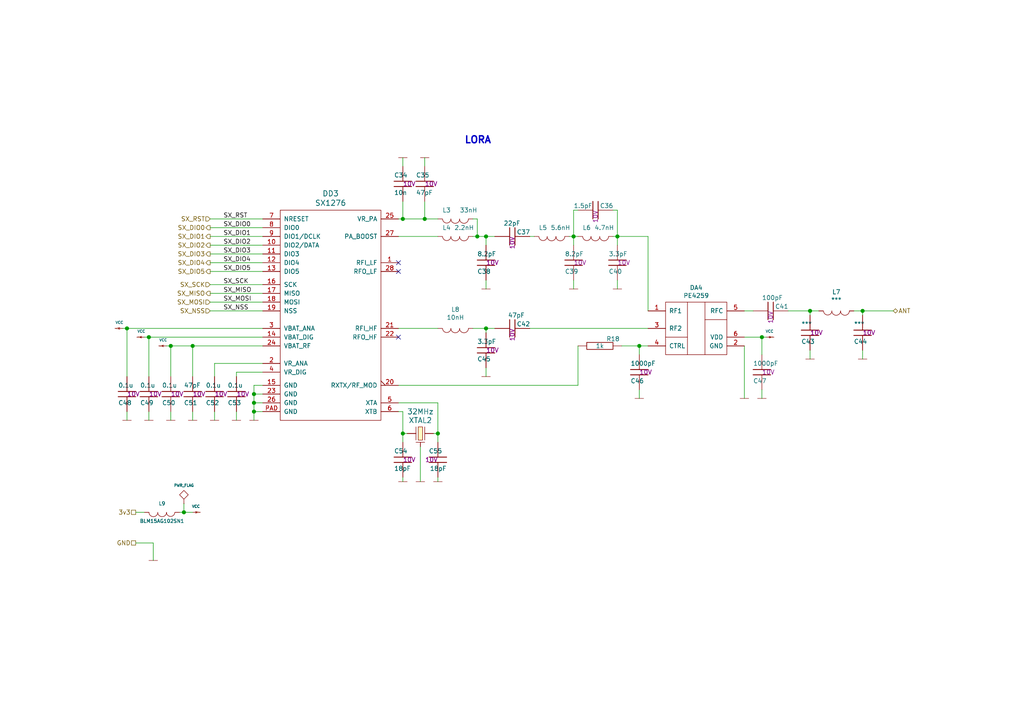
<source format=kicad_sch>
(kicad_sch (version 20210621) (generator eeschema)
  (paper "A4")
  (lib_symbols
    (symbol "RF_ICs:PE4259" (pin_names (offset 1.016))
      (property "Reference" "DA" (at -6.35 11.43 0))
      (property "Value" "PE4259" (at 5.08 11.43 0))
      (symbol "PE4259_0_1"
        (rectangle (start -8.89 10.16) (end 8.89 -5.08))
        (polyline (pts (xy -8.89 0) (xy -2.54 0)))
        (polyline (pts (xy -2.54 -5.08) (xy -2.54 10.16)))
        (polyline (pts (xy 2.54 -5.08) (xy 2.54 10.16)))
        (polyline (pts (xy 2.54 5.08) (xy 8.89 5.08)))
        (pin passive line (at -13.97 7.62 0) (length 5.08) (name "RF1") (number "1"))
        (pin power_in line (at 13.97 -2.54 180) (length 5.08) (name "GND") (number "2"))
        (pin passive line (at -13.97 2.54 0) (length 5.08) (name "RF2") (number "3"))
        (pin passive line (at -13.97 -2.54 0) (length 5.08) (name "CTRL") (number "4"))
        (pin passive line (at 13.97 7.62 180) (length 5.08) (name "RFC") (number "5"))
        (pin power_in line (at 13.97 0 180) (length 5.08) (name "VDD") (number "6"))
      )
    )
    (symbol "RF_ICs:SX1276" (pin_names (offset 1.016))
      (property "Reference" "DD" (at -12.7 31.75 0))
      (property "Value" "SX1276" (at 2.54 31.75 0))
      (symbol "SX1276_0_1"
        (rectangle (start -15.24 30.48) (end 13.97 -30.48))
        (pin passive line (at 19.05 -6.35 180) (length 5.08) (name "RFO_HF") (number "22"))
        (pin power_in line (at -20.32 -22.86 0) (length 5.08) (name "GND") (number "23"))
        (pin power_in line (at -20.32 -8.89 0) (length 5.08) (name "VBAT_RF") (number "24"))
        (pin passive line (at 19.05 27.94 180) (length 5.08) (name "VR_PA") (number "25"))
        (pin power_in line (at -20.32 -25.4 0) (length 5.08) (name "GND") (number "26"))
        (pin passive line (at 19.05 22.86 180) (length 5.08) (name "PA_BOOST") (number "27"))
        (pin passive line (at 19.05 12.7 180) (length 5.08) (name "RFO_LF") (number "28"))
      )
      (symbol "SX1276_1_1"
        (pin passive line (at 19.05 15.24 180) (length 5.08) (name "RFI_LF") (number "1"))
        (pin passive line (at -20.32 20.32 0) (length 5.08) (name "DIO2/DATA") (number "10"))
        (pin passive line (at -20.32 17.78 0) (length 5.08) (name "DIO3") (number "11"))
        (pin passive line (at -20.32 15.24 0) (length 5.08) (name "DIO4") (number "12"))
        (pin passive line (at -20.32 12.7 0) (length 5.08) (name "DIO5") (number "13"))
        (pin power_in line (at -20.32 -6.35 0) (length 5.08) (name "VBAT_DIG") (number "14"))
        (pin power_in line (at -20.32 -20.32 0) (length 5.08) (name "GND") (number "15"))
        (pin passive line (at -20.32 8.89 0) (length 5.08) (name "SCK") (number "16"))
        (pin passive line (at -20.32 6.35 0) (length 5.08) (name "MISO") (number "17"))
        (pin passive line (at -20.32 3.81 0) (length 5.08) (name "MOSI") (number "18"))
        (pin passive line (at -20.32 1.27 0) (length 5.08) (name "NSS") (number "19"))
        (pin passive line (at -20.32 -13.97 0) (length 5.08) (name "VR_ANA") (number "2"))
        (pin passive output_low (at 19.05 -20.32 180) (length 5.08) (name "RXTX/RF_MOD") (number "20"))
        (pin passive line (at 19.05 -3.81 180) (length 5.08) (name "RFI_HF") (number "21"))
        (pin power_in line (at -20.32 -3.81 0) (length 5.08) (name "VBAT_ANA") (number "3"))
        (pin passive line (at -20.32 -16.51 0) (length 5.08) (name "VR_DIG") (number "4"))
        (pin passive line (at 19.05 -25.4 180) (length 5.08) (name "XTA") (number "5"))
        (pin passive line (at 19.05 -27.94 180) (length 5.08) (name "XTB") (number "6"))
        (pin passive line (at -20.32 27.94 0) (length 5.08) (name "NRESET") (number "7"))
        (pin passive line (at -20.32 25.4 0) (length 5.08) (name "DIO0") (number "8"))
        (pin passive line (at -20.32 22.86 0) (length 5.08) (name "DIO1/DCLK") (number "9"))
        (pin power_in line (at -20.32 -27.94 0) (length 5.08) (name "GND") (number "PAD"))
      )
    )
    (symbol "Tittar_kl:C" (pin_numbers hide) (pin_names (offset 0.254))
      (property "Reference" "C" (at -2.54 -2.54 0))
      (property "Value" "C" (at -2.54 2.54 0))
      (property "Voltage" "10V" (at 0 0 0))
      (symbol "C_0_1"
        (polyline (pts (xy -2.54 -0.762) (xy 2.54 -0.762)) (stroke (width 0.254)))
        (polyline (pts (xy -2.54 0.762) (xy 2.54 0.762)) (stroke (width 0.254)))
      )
      (symbol "C_1_1"
        (pin passive line (at 0 5.08 270) (length 4.318) (name "~") (number "1"))
        (pin passive line (at 0 -5.08 90) (length 4.318) (name "~") (number "2"))
      )
    )
    (symbol "Tittar_kl:CRYSTAL_H" (pin_numbers hide) (pin_names (offset 1.016) hide)
      (property "Reference" "XTAL" (at 0 6.985 0))
      (property "Value" "CRYSTAL_H" (at 0.635 5.08 0))
      (symbol "CRYSTAL_H_0_1"
        (rectangle (start -0.635 1.905) (end 0.635 -1.905) (fill (type background)))
        (polyline (pts (xy -1.27 1.905) (xy -1.27 -1.905)))
        (polyline (pts (xy 1.27 1.905) (xy 1.27 -1.905)))
        (polyline (pts (xy -1.27 -2.54) (xy 1.27 -2.54) (xy 1.27 -2.54)))
      )
      (symbol "CRYSTAL_H_1_1"
        (pin passive line (at -3.81 0 0) (length 2.54) (name "1") (number "1"))
        (pin passive line (at 3.81 0 180) (length 2.54) (name "2") (number "2"))
        (pin passive line (at 0 -3.81 90) (length 1.27) (name "H") (number "H"))
      )
    )
    (symbol "Tittar_kl:L" (pin_numbers hide) (pin_names (offset 1.016) hide)
      (property "Reference" "L" (at -2.54 -3.556 90))
      (property "Value" "L" (at -2.54 0 90))
      (symbol "L_0_1"
        (arc (start -0.0254 -1.2192) (end -0.0254 -3.7846) (radius (at 0 -2.5146) (length 1.2954) (angles -88.9 88.9)))
        (arc (start -0.0254 1.3208) (end -0.0254 -1.2446) (radius (at 0 0.0254) (length 1.2954) (angles -88.9 88.9)))
        (arc (start -0.0254 3.7084) (end -0.0254 1.2954) (radius (at 0 2.4892) (length 1.2192) (angles -88.9 88.9)))
      )
      (symbol "L_1_1"
        (pin passive line (at 0 5.08 270) (length 1.27) (name "1") (number "1"))
        (pin passive line (at 0 -5.08 90) (length 1.27) (name "2") (number "2"))
      )
    )
    (symbol "Tittar_kl:R" (pin_numbers hide) (pin_names (offset 0))
      (property "Reference" "R" (at 2.032 -3.81 90))
      (property "Value" "R" (at 0 0 90))
      (symbol "R_0_1"
        (rectangle (start -1.016 3.81) (end 1.016 -3.81) (stroke (width 0.2032)))
      )
      (symbol "R_1_1"
        (pin passive line (at 0 6.35 270) (length 2.54) (name "~") (number "1"))
        (pin passive line (at 0 -6.35 90) (length 2.54) (name "~") (number "2"))
      )
    )
    (symbol "power:GND" (power) (pin_names (offset 0.254))
      (symbol "GND_0_1"
        (polyline (pts (xy -1.27 0) (xy 1.27 0)) (stroke (width 0.127)))
      )
      (symbol "GND_1_1"
        (pin power_in line (at 0 0 270) (length 0) hide (name "GND") (number "1"))
      )
    )
    (symbol "power:PWR_FLAG" (power) (pin_numbers hide) (pin_names (offset 0) hide)
      (property "Value" "PWR_FLAG" (at 0 5.08 0))
      (symbol "PWR_FLAG_0_0"
        (pin power_out line (at 0 0 90) (length 0) (name "pwr") (number "1"))
      )
      (symbol "PWR_FLAG_0_1"
        (polyline (pts (xy 0 0) (xy 0 1.27) (xy 1.27 2.54) (xy 0 3.81) (xy -1.27 2.54) (xy 0 1.27)))
      )
    )
    (symbol "power:VCC" (power) (pin_names (offset 0))
      (property "Value" "VCC" (at 1.778 0.762 0))
      (symbol "VCC_0_0"
        (pin power_in line (at 0 0 90) (length 0) hide (name "VCC") (number "1"))
      )
      (symbol "VCC_0_1"
        (polyline (pts (xy 0 0) (xy 1.27 0) (xy 1.27 0)))
        (polyline (pts (xy 1.27 0) (xy 0.762 0.254) (xy 2.286 0) (xy 0.762 -0.254) (xy 1.27 0)) (stroke (width 0.1016)) (fill (type background)))
      )
    )
  )
  (junction (at 36.83 95.25) (diameter 1.016))
  (junction (at 43.18 97.79) (diameter 1.016))
  (junction (at 49.53 100.33) (diameter 1.016))
  (junction (at 53.34 148.59) (diameter 1.016))
  (junction (at 55.88 100.33) (diameter 1.016))
  (junction (at 73.66 114.3) (diameter 1.016))
  (junction (at 73.66 116.84) (diameter 1.016))
  (junction (at 73.66 119.38) (diameter 1.016))
  (junction (at 116.84 63.5) (diameter 1.016))
  (junction (at 116.84 125.73) (diameter 1.016))
  (junction (at 123.19 63.5) (diameter 1.016))
  (junction (at 127 125.73) (diameter 1.016))
  (junction (at 138.43 68.58) (diameter 1.016))
  (junction (at 140.97 68.58) (diameter 1.016))
  (junction (at 140.97 95.25) (diameter 1.016))
  (junction (at 166.37 68.58) (diameter 1.016))
  (junction (at 179.07 68.58) (diameter 1.016))
  (junction (at 185.42 100.33) (diameter 1.016))
  (junction (at 220.98 97.79) (diameter 1.016))
  (junction (at 234.95 90.17) (diameter 1.016))
  (junction (at 250.19 90.17) (diameter 1.016))
  (no_connect (at 115.57 76.2))
  (no_connect (at 115.57 78.74))
  (no_connect (at 115.57 97.79))
  (wire (pts (xy 35.56 95.25) (xy 36.83 95.25)))
  (wire (pts (xy 36.83 95.25) (xy 36.83 109.22)))
  (wire (pts (xy 36.83 95.25) (xy 76.2 95.25)))
  (wire (pts (xy 36.83 119.38) (xy 36.83 121.92)))
  (wire (pts (xy 41.91 97.79) (xy 43.18 97.79)))
  (wire (pts (xy 41.91 148.59) (xy 39.37 148.59)))
  (wire (pts (xy 43.18 97.79) (xy 43.18 109.22)))
  (wire (pts (xy 43.18 97.79) (xy 76.2 97.79)))
  (wire (pts (xy 43.18 119.38) (xy 43.18 121.92)))
  (wire (pts (xy 44.45 157.48) (xy 39.37 157.48)))
  (wire (pts (xy 44.45 157.48) (xy 44.45 162.56)))
  (wire (pts (xy 48.26 100.33) (xy 49.53 100.33)))
  (wire (pts (xy 49.53 100.33) (xy 49.53 109.22)))
  (wire (pts (xy 49.53 119.38) (xy 49.53 121.92)))
  (wire (pts (xy 53.34 146.05) (xy 53.34 148.59)))
  (wire (pts (xy 53.34 148.59) (xy 52.07 148.59)))
  (wire (pts (xy 55.88 100.33) (xy 49.53 100.33)))
  (wire (pts (xy 55.88 100.33) (xy 55.88 109.22)))
  (wire (pts (xy 55.88 119.38) (xy 55.88 121.92)))
  (wire (pts (xy 55.88 148.59) (xy 53.34 148.59)))
  (wire (pts (xy 60.96 63.5) (xy 76.2 63.5)))
  (wire (pts (xy 60.96 66.04) (xy 76.2 66.04)))
  (wire (pts (xy 60.96 68.58) (xy 76.2 68.58)))
  (wire (pts (xy 60.96 71.12) (xy 76.2 71.12)))
  (wire (pts (xy 60.96 73.66) (xy 76.2 73.66)))
  (wire (pts (xy 60.96 76.2) (xy 76.2 76.2)))
  (wire (pts (xy 60.96 78.74) (xy 76.2 78.74)))
  (wire (pts (xy 60.96 82.55) (xy 76.2 82.55)))
  (wire (pts (xy 60.96 85.09) (xy 76.2 85.09)))
  (wire (pts (xy 60.96 87.63) (xy 76.2 87.63)))
  (wire (pts (xy 60.96 90.17) (xy 76.2 90.17)))
  (wire (pts (xy 62.23 105.41) (xy 62.23 109.22)))
  (wire (pts (xy 62.23 119.38) (xy 62.23 121.92)))
  (wire (pts (xy 68.58 107.95) (xy 68.58 109.22)))
  (wire (pts (xy 68.58 119.38) (xy 68.58 121.92)))
  (wire (pts (xy 73.66 111.76) (xy 73.66 114.3)))
  (wire (pts (xy 73.66 111.76) (xy 76.2 111.76)))
  (wire (pts (xy 73.66 114.3) (xy 73.66 116.84)))
  (wire (pts (xy 73.66 116.84) (xy 73.66 119.38)))
  (wire (pts (xy 73.66 119.38) (xy 73.66 121.92)))
  (wire (pts (xy 76.2 100.33) (xy 55.88 100.33)))
  (wire (pts (xy 76.2 105.41) (xy 62.23 105.41)))
  (wire (pts (xy 76.2 107.95) (xy 68.58 107.95)))
  (wire (pts (xy 76.2 114.3) (xy 73.66 114.3)))
  (wire (pts (xy 76.2 116.84) (xy 73.66 116.84)))
  (wire (pts (xy 76.2 119.38) (xy 73.66 119.38)))
  (wire (pts (xy 115.57 63.5) (xy 116.84 63.5)))
  (wire (pts (xy 115.57 68.58) (xy 127 68.58)))
  (wire (pts (xy 115.57 95.25) (xy 127 95.25)))
  (wire (pts (xy 115.57 116.84) (xy 127 116.84)))
  (wire (pts (xy 115.57 119.38) (xy 116.84 119.38)))
  (wire (pts (xy 116.84 48.26) (xy 116.84 45.72)))
  (wire (pts (xy 116.84 58.42) (xy 116.84 63.5)))
  (wire (pts (xy 116.84 63.5) (xy 123.19 63.5)))
  (wire (pts (xy 116.84 119.38) (xy 116.84 125.73)))
  (wire (pts (xy 116.84 125.73) (xy 116.84 128.27)))
  (wire (pts (xy 116.84 125.73) (xy 118.11 125.73)))
  (wire (pts (xy 116.84 138.43) (xy 116.84 139.7)))
  (wire (pts (xy 121.92 139.7) (xy 121.92 129.54)))
  (wire (pts (xy 123.19 48.26) (xy 123.19 45.72)))
  (wire (pts (xy 123.19 58.42) (xy 123.19 63.5)))
  (wire (pts (xy 123.19 63.5) (xy 127 63.5)))
  (wire (pts (xy 125.73 125.73) (xy 127 125.73)))
  (wire (pts (xy 127 116.84) (xy 127 125.73)))
  (wire (pts (xy 127 128.27) (xy 127 125.73)))
  (wire (pts (xy 127 139.7) (xy 127 138.43)))
  (wire (pts (xy 137.16 63.5) (xy 138.43 63.5)))
  (wire (pts (xy 137.16 95.25) (xy 140.97 95.25)))
  (wire (pts (xy 138.43 63.5) (xy 138.43 68.58)))
  (wire (pts (xy 138.43 68.58) (xy 137.16 68.58)))
  (wire (pts (xy 138.43 68.58) (xy 140.97 68.58)))
  (wire (pts (xy 140.97 68.58) (xy 143.51 68.58)))
  (wire (pts (xy 140.97 71.12) (xy 140.97 68.58)))
  (wire (pts (xy 140.97 81.28) (xy 140.97 83.82)))
  (wire (pts (xy 140.97 95.25) (xy 140.97 96.52)))
  (wire (pts (xy 140.97 106.68) (xy 140.97 109.22)))
  (wire (pts (xy 143.51 95.25) (xy 140.97 95.25)))
  (wire (pts (xy 153.67 68.58) (xy 154.94 68.58)))
  (wire (pts (xy 165.1 68.58) (xy 166.37 68.58)))
  (wire (pts (xy 166.37 60.96) (xy 167.64 60.96)))
  (wire (pts (xy 166.37 68.58) (xy 166.37 60.96)))
  (wire (pts (xy 166.37 71.12) (xy 166.37 68.58)))
  (wire (pts (xy 166.37 81.28) (xy 166.37 83.82)))
  (wire (pts (xy 167.64 68.58) (xy 166.37 68.58)))
  (wire (pts (xy 167.64 100.33) (xy 167.64 111.76)))
  (wire (pts (xy 167.64 111.76) (xy 115.57 111.76)))
  (wire (pts (xy 177.8 68.58) (xy 179.07 68.58)))
  (wire (pts (xy 179.07 60.96) (xy 177.8 60.96)))
  (wire (pts (xy 179.07 68.58) (xy 179.07 60.96)))
  (wire (pts (xy 179.07 68.58) (xy 187.96 68.58)))
  (wire (pts (xy 179.07 71.12) (xy 179.07 68.58)))
  (wire (pts (xy 179.07 81.28) (xy 179.07 83.82)))
  (wire (pts (xy 180.34 100.33) (xy 185.42 100.33)))
  (wire (pts (xy 185.42 100.33) (xy 185.42 102.87)))
  (wire (pts (xy 185.42 100.33) (xy 187.96 100.33)))
  (wire (pts (xy 185.42 113.03) (xy 185.42 115.57)))
  (wire (pts (xy 187.96 68.58) (xy 187.96 90.17)))
  (wire (pts (xy 187.96 95.25) (xy 153.67 95.25)))
  (wire (pts (xy 215.9 90.17) (xy 218.44 90.17)))
  (wire (pts (xy 215.9 97.79) (xy 220.98 97.79)))
  (wire (pts (xy 215.9 115.57) (xy 215.9 100.33)))
  (wire (pts (xy 220.98 97.79) (xy 220.98 102.87)))
  (wire (pts (xy 220.98 113.03) (xy 220.98 115.57)))
  (wire (pts (xy 222.25 97.79) (xy 220.98 97.79)))
  (wire (pts (xy 228.6 90.17) (xy 234.95 90.17)))
  (wire (pts (xy 234.95 90.17) (xy 237.49 90.17)))
  (wire (pts (xy 234.95 91.44) (xy 234.95 90.17)))
  (wire (pts (xy 234.95 101.6) (xy 234.95 104.14)))
  (wire (pts (xy 247.65 90.17) (xy 250.19 90.17)))
  (wire (pts (xy 250.19 90.17) (xy 250.19 91.44)))
  (wire (pts (xy 250.19 90.17) (xy 259.08 90.17)))
  (wire (pts (xy 250.19 101.6) (xy 250.19 104.14)))
  (text "LORA" (at 134.62 41.91 0) (effects (font (size 2.0066 2.0066) (thickness 0.4013) bold) (justify left bottom)))
  (label "SX_RST" (at 64.77 63.5 0))
  (label "SX_DIO0" (at 64.77 66.04 0))
  (label "SX_DIO1" (at 64.77 68.58 0))
  (label "SX_DIO2" (at 64.77 71.12 0))
  (label "SX_DIO3" (at 64.77 73.66 0))
  (label "SX_DIO4" (at 64.77 76.2 0))
  (label "SX_DIO5" (at 64.77 78.74 0))
  (label "SX_SCK" (at 64.77 82.55 0))
  (label "SX_MISO" (at 64.77 85.09 0))
  (label "SX_MOSI" (at 64.77 87.63 0))
  (label "SX_NSS" (at 64.77 90.17 0))
  (hierarchical_label "3v3" (shape passive) (at 39.37 148.59 180))
  (hierarchical_label "GND" (shape passive) (at 39.37 157.48 180))
  (hierarchical_label "SX_RST" (shape input) (at 60.96 63.5 180))
  (hierarchical_label "SX_DIO0" (shape output) (at 60.96 66.04 180))
  (hierarchical_label "SX_DIO1" (shape output) (at 60.96 68.58 180))
  (hierarchical_label "SX_DIO2" (shape output) (at 60.96 71.12 180))
  (hierarchical_label "SX_DIO3" (shape output) (at 60.96 73.66 180))
  (hierarchical_label "SX_DIO4" (shape output) (at 60.96 76.2 180))
  (hierarchical_label "SX_DIO5" (shape output) (at 60.96 78.74 180))
  (hierarchical_label "SX_SCK" (shape input) (at 60.96 82.55 180))
  (hierarchical_label "SX_MISO" (shape output) (at 60.96 85.09 180))
  (hierarchical_label "SX_MOSI" (shape input) (at 60.96 87.63 180))
  (hierarchical_label "SX_NSS" (shape input) (at 60.96 90.17 180))
  (hierarchical_label "ANT" (shape bidirectional) (at 259.08 90.17 0))
  (symbol (lib_id "power:GND") (at 36.83 121.92 0) (unit 1)
    (property "Reference" "#PWR085" (effects hide))
    (property "Value" "GND" (effects hide))
  )
  (symbol (lib_id "power:GND") (at 43.18 121.92 0) (unit 1)
    (property "Reference" "#PWR086" (effects hide))
    (property "Value" "GND" (effects hide))
  )
  (symbol (lib_id "power:GND") (at 44.45 162.56 0) (unit 1)
    (property "Reference" "#PWR096" (effects hide))
    (property "Value" "GND" (effects hide))
  )
  (symbol (lib_id "power:GND") (at 49.53 121.92 0) (unit 1)
    (property "Reference" "#PWR087" (effects hide))
    (property "Value" "GND" (effects hide))
  )
  (symbol (lib_id "power:GND") (at 55.88 121.92 0) (unit 1)
    (property "Reference" "#PWR088" (effects hide))
    (property "Value" "GND" (effects hide))
  )
  (symbol (lib_id "power:GND") (at 62.23 121.92 0) (unit 1)
    (property "Reference" "#PWR089" (effects hide))
    (property "Value" "GND" (effects hide))
  )
  (symbol (lib_id "power:GND") (at 68.58 121.92 0) (unit 1)
    (property "Reference" "#PWR090" (effects hide))
    (property "Value" "GND" (effects hide))
  )
  (symbol (lib_id "power:GND") (at 73.66 121.92 0) (mirror y) (unit 1)
    (property "Reference" "#PWR091" (effects hide))
    (property "Value" "GND" (effects hide))
  )
  (symbol (lib_id "power:GND") (at 116.84 45.72 0) (mirror x) (unit 1)
    (property "Reference" "#PWR070" (effects hide))
    (property "Value" "GND" (effects hide))
  )
  (symbol (lib_id "power:GND") (at 116.84 139.7 0) (mirror y) (unit 1)
    (property "Reference" "#PWR092" (effects hide))
    (property "Value" "GND" (effects hide))
  )
  (symbol (lib_id "power:GND") (at 121.92 139.7 0) (mirror y) (unit 1)
    (property "Reference" "#PWR093" (effects hide))
    (property "Value" "GND" (effects hide))
  )
  (symbol (lib_id "power:GND") (at 123.19 45.72 0) (mirror x) (unit 1)
    (property "Reference" "#PWR071" (effects hide))
    (property "Value" "GND" (effects hide))
  )
  (symbol (lib_id "power:GND") (at 127 139.7 0) (mirror y) (unit 1)
    (property "Reference" "#PWR094" (effects hide))
    (property "Value" "GND" (effects hide))
  )
  (symbol (lib_id "power:GND") (at 140.97 83.82 0) (unit 1)
    (property "Reference" "#PWR072" (effects hide))
    (property "Value" "GND" (effects hide))
  )
  (symbol (lib_id "power:GND") (at 140.97 109.22 0) (unit 1)
    (property "Reference" "#PWR081" (effects hide))
    (property "Value" "GND" (effects hide))
  )
  (symbol (lib_id "power:GND") (at 166.37 83.82 0) (unit 1)
    (property "Reference" "#PWR073" (effects hide))
    (property "Value" "GND" (effects hide))
  )
  (symbol (lib_id "power:GND") (at 179.07 83.82 0) (unit 1)
    (property "Reference" "#PWR074" (effects hide))
    (property "Value" "GND" (effects hide))
  )
  (symbol (lib_id "power:GND") (at 185.42 115.57 0) (unit 1)
    (property "Reference" "#PWR082" (effects hide))
    (property "Value" "GND" (effects hide))
  )
  (symbol (lib_id "power:GND") (at 215.9 115.57 0) (mirror y) (unit 1)
    (property "Reference" "#PWR083" (effects hide))
    (property "Value" "GND" (effects hide))
  )
  (symbol (lib_id "power:GND") (at 220.98 115.57 0) (unit 1)
    (property "Reference" "#PWR084" (effects hide))
    (property "Value" "GND" (effects hide))
  )
  (symbol (lib_id "power:GND") (at 234.95 104.14 0) (unit 1)
    (property "Reference" "#PWR079" (effects hide))
    (property "Value" "GND" (effects hide))
  )
  (symbol (lib_id "power:GND") (at 250.19 104.14 0) (unit 1)
    (property "Reference" "#PWR080" (effects hide))
    (property "Value" "GND" (effects hide))
  )
  (symbol (lib_id "power:VCC") (at 35.56 95.25 0) (mirror y) (unit 1)
    (property "Reference" "#PWR075" (effects hide))
    (property "Value" "VCC" (at 34.6202 93.5482 0) (effects (font (size 0.762 0.762))))
  )
  (symbol (lib_id "power:VCC") (at 41.91 97.79 0) (mirror y) (unit 1)
    (property "Reference" "#PWR076" (effects hide))
    (property "Value" "VCC" (at 40.9702 96.0882 0) (effects (font (size 0.762 0.762))))
  )
  (symbol (lib_id "power:VCC") (at 48.26 100.33 0) (mirror y) (unit 1)
    (property "Reference" "#PWR078" (effects hide))
    (property "Value" "VCC" (at 47.3202 98.6282 0) (effects (font (size 0.762 0.762))))
  )
  (symbol (lib_id "power:VCC") (at 55.88 148.59 0) (unit 1)
    (property "Reference" "#PWR095" (effects hide))
    (property "Value" "VCC" (at 56.8198 146.8882 0) (effects (font (size 0.762 0.762))))
  )
  (symbol (lib_id "power:VCC") (at 222.25 97.79 0) (unit 1)
    (property "Reference" "#PWR077" (effects hide))
    (property "Value" "VCC" (at 223.1898 96.0882 0) (effects (font (size 0.762 0.762))))
  )
  (symbol (lib_id "power:PWR_FLAG") (at 53.34 146.05 0) (unit 1)
    (property "Reference" "#FLG06" (effects hide))
    (property "Value" "PWR_FLAG" (at 53.34 140.7922 0) (effects (font (size 0.762 0.762))))
  )
  (symbol (lib_id "Tittar_kl:L") (at 46.99 148.59 270) (mirror x) (unit 1)
    (property "Reference" "L9" (at 46.99 146.05 90) (effects (font (size 1.016 1.016))))
    (property "Value" "BLM15AG102SN1" (at 46.99 151.13 90) (effects (font (size 1.016 1.016))))
    (property "Footprint" "Inductors:IND_0402" (effects hide))
    (property "Price" "4" (effects hide))
    (property "SolderPoints" "2" (effects hide))
    (property "Type" "Inductor SMD" (effects hide))
    (property "Description" "-" (effects hide))
    (property "PN" "-" (effects hide))
    (property "Tolerance" "20%" (effects hide))
  )
  (symbol (lib_id "Tittar_kl:L") (at 132.08 63.5 90) (unit 1)
    (property "Reference" "L3" (at 129.54 60.96 90))
    (property "Value" "33nH" (at 135.89 60.96 90))
    (property "Footprint" "Inductors:IND_0402" (effects hide))
    (property "Price" "4" (effects hide))
    (property "SolderPoints" "2" (effects hide))
    (property "Type" "Inductor SMD" (effects hide))
    (property "Description" "-" (effects hide))
    (property "PN" "-" (effects hide))
    (property "Tolerance" "20%" (effects hide))
  )
  (symbol (lib_id "Tittar_kl:L") (at 132.08 68.58 90) (unit 1)
    (property "Reference" "L4" (at 129.54 66.04 90))
    (property "Value" "2.2nH" (at 134.62 66.04 90))
    (property "Footprint" "Inductors:IND_0402" (effects hide))
    (property "Price" "4" (effects hide))
    (property "SolderPoints" "2" (effects hide))
    (property "Type" "Inductor SMD" (effects hide))
    (property "Description" "-" (effects hide))
    (property "PN" "-" (effects hide))
    (property "Tolerance" "20%" (effects hide))
  )
  (symbol (lib_id "Tittar_kl:L") (at 132.08 95.25 90) (unit 1)
    (property "Reference" "L8" (at 132.08 89.7636 90))
    (property "Value" "10nH" (at 132.08 92.075 90))
    (property "Footprint" "Inductors:IND_0402" (effects hide))
    (property "Price" "4" (effects hide))
    (property "SolderPoints" "2" (effects hide))
    (property "Type" "Inductor SMD" (effects hide))
    (property "Description" "-" (effects hide))
    (property "PN" "-" (effects hide))
    (property "Tolerance" "20%" (effects hide))
  )
  (symbol (lib_id "Tittar_kl:L") (at 160.02 68.58 90) (unit 1)
    (property "Reference" "L5" (at 157.48 66.04 90))
    (property "Value" "5.6nH" (at 162.56 66.04 90))
    (property "Footprint" "Inductors:IND_0402" (effects hide))
    (property "Price" "4" (effects hide))
    (property "SolderPoints" "2" (effects hide))
    (property "Type" "Inductor SMD" (effects hide))
    (property "Description" "-" (effects hide))
    (property "PN" "-" (effects hide))
    (property "Tolerance" "20%" (effects hide))
  )
  (symbol (lib_id "Tittar_kl:L") (at 172.72 68.58 90) (unit 1)
    (property "Reference" "L6" (at 170.18 66.04 90))
    (property "Value" "4.7nH" (at 175.26 66.04 90))
    (property "Footprint" "Inductors:IND_0402" (effects hide))
    (property "Price" "4" (effects hide))
    (property "SolderPoints" "2" (effects hide))
    (property "Type" "Inductor SMD" (effects hide))
    (property "Description" "-" (effects hide))
    (property "PN" "-" (effects hide))
    (property "Tolerance" "20%" (effects hide))
  )
  (symbol (lib_id "Tittar_kl:L") (at 242.57 90.17 90) (unit 1)
    (property "Reference" "L7" (at 242.57 84.6836 90))
    (property "Value" "***" (at 242.57 86.995 90))
    (property "Footprint" "Inductors:IND_0402" (effects hide))
    (property "Price" "4" (effects hide))
    (property "SolderPoints" "2" (effects hide))
    (property "Type" "Inductor SMD" (effects hide))
    (property "Description" "-" (effects hide))
    (property "PN" "-" (effects hide))
    (property "Tolerance" "20%" (effects hide))
  )
  (symbol (lib_id "Tittar_kl:R") (at 173.99 100.33 90) (unit 1)
    (property "Reference" "R18" (at 177.8 98.298 90))
    (property "Value" "1k" (at 173.99 100.33 90))
    (property "Footprint" "Resistors:RES_0603" (effects hide))
    (property "Price" "0.5" (effects hide))
    (property "SolderPoints" "2" (effects hide))
    (property "Description" "1% resistor" (effects hide))
    (property "PN" "-" (effects hide))
    (property "Tolerance" "1%" (effects hide))
    (property "Type" "Resistor" (effects hide))
  )
  (symbol (lib_id "Tittar_kl:CRYSTAL_H") (at 121.92 125.73 0) (mirror y) (unit 1)
    (property "Reference" "XTAL2" (at 121.92 121.92 0) (effects (font (size 1.524 1.524))))
    (property "Value" "32MHz" (at 121.92 119.38 0) (effects (font (size 1.524 1.524))))
    (property "Footprint" "Quartz:03225C4" (effects hide))
    (property "Price" "15" (effects hide))
    (property "SolderPoints" "4" (effects hide))
    (property "URL" "http://www.quartz1.com/price/model.php?akt=6809.18" (effects hide))
  )
  (symbol (lib_id "Tittar_kl:C") (at 36.83 114.3 0) (unit 1)
    (property "Reference" "C48" (at 34.29 116.84 0) (effects (justify left)))
    (property "Value" "0.1u" (at 34.29 111.76 0) (effects (justify left)))
    (property "Footprint" "Capacitors:CAP_0402" (effects hide))
    (property "Price" "0.5" (effects hide))
    (property "SolderPoints" "2" (effects hide))
    (property "Description" "X5R or X7R capacitor, 6.3V or higher" (effects hide))
    (property "Type" "Capacitor SMD" (effects hide))
    (property "PN" "-" (effects hide))
    (property "Manufacturer" "-" (effects hide))
    (property "Dielectric" "X5R or X7R" (effects hide))
    (property "Tolerance" "20%" (effects hide))
    (property "Voltage" "10V" (at 36.83 114.3 0) (effects (justify left)))
  )
  (symbol (lib_id "Tittar_kl:C") (at 43.18 114.3 0) (unit 1)
    (property "Reference" "C49" (at 40.64 116.84 0) (effects (justify left)))
    (property "Value" "0.1u" (at 40.64 111.76 0) (effects (justify left)))
    (property "Footprint" "Capacitors:CAP_0402" (effects hide))
    (property "Price" "0.5" (effects hide))
    (property "SolderPoints" "2" (effects hide))
    (property "Description" "X5R or X7R capacitor, 6.3V or higher" (effects hide))
    (property "Type" "Capacitor SMD" (effects hide))
    (property "PN" "-" (effects hide))
    (property "Manufacturer" "-" (effects hide))
    (property "Dielectric" "X5R or X7R" (effects hide))
    (property "Tolerance" "20%" (effects hide))
    (property "Voltage" "10V" (at 43.18 114.3 0) (effects (justify left)))
  )
  (symbol (lib_id "Tittar_kl:C") (at 49.53 114.3 0) (unit 1)
    (property "Reference" "C50" (at 46.99 116.84 0) (effects (justify left)))
    (property "Value" "0.1u" (at 46.99 111.76 0) (effects (justify left)))
    (property "Footprint" "Capacitors:CAP_0402" (effects hide))
    (property "Price" "0.5" (effects hide))
    (property "SolderPoints" "2" (effects hide))
    (property "Description" "X5R or X7R capacitor, 6.3V or higher" (effects hide))
    (property "Type" "Capacitor SMD" (effects hide))
    (property "PN" "-" (effects hide))
    (property "Manufacturer" "-" (effects hide))
    (property "Dielectric" "X5R or X7R" (effects hide))
    (property "Tolerance" "20%" (effects hide))
    (property "Voltage" "10V" (at 49.53 114.3 0) (effects (justify left)))
  )
  (symbol (lib_id "Tittar_kl:C") (at 55.88 114.3 0) (unit 1)
    (property "Reference" "C51" (at 53.34 116.84 0) (effects (justify left)))
    (property "Value" "47pF" (at 53.34 111.76 0) (effects (justify left)))
    (property "Footprint" "Capacitors:CAP_0402" (effects hide))
    (property "Price" "0.5" (effects hide))
    (property "SolderPoints" "2" (effects hide))
    (property "Description" "X5R or X7R capacitor, 6.3V or higher" (effects hide))
    (property "Type" "Capacitor SMD" (effects hide))
    (property "PN" "-" (effects hide))
    (property "Manufacturer" "-" (effects hide))
    (property "Dielectric" "X5R or X7R" (effects hide))
    (property "Tolerance" "20%" (effects hide))
    (property "Voltage" "10V" (at 55.88 114.3 0) (effects (justify left)))
  )
  (symbol (lib_id "Tittar_kl:C") (at 62.23 114.3 0) (unit 1)
    (property "Reference" "C52" (at 59.69 116.84 0) (effects (justify left)))
    (property "Value" "0.1u" (at 59.69 111.76 0) (effects (justify left)))
    (property "Footprint" "Capacitors:CAP_0402" (effects hide))
    (property "Price" "0.5" (effects hide))
    (property "SolderPoints" "2" (effects hide))
    (property "Description" "X5R or X7R capacitor, 6.3V or higher" (effects hide))
    (property "Type" "Capacitor SMD" (effects hide))
    (property "PN" "-" (effects hide))
    (property "Manufacturer" "-" (effects hide))
    (property "Dielectric" "X5R or X7R" (effects hide))
    (property "Tolerance" "20%" (effects hide))
    (property "Voltage" "10V" (at 62.23 114.3 0) (effects (justify left)))
  )
  (symbol (lib_id "Tittar_kl:C") (at 68.58 114.3 0) (unit 1)
    (property "Reference" "C53" (at 66.04 116.84 0) (effects (justify left)))
    (property "Value" "0.1u" (at 66.04 111.76 0) (effects (justify left)))
    (property "Footprint" "Capacitors:CAP_0402" (effects hide))
    (property "Price" "0.5" (effects hide))
    (property "SolderPoints" "2" (effects hide))
    (property "Description" "X5R or X7R capacitor, 6.3V or higher" (effects hide))
    (property "Type" "Capacitor SMD" (effects hide))
    (property "PN" "-" (effects hide))
    (property "Manufacturer" "-" (effects hide))
    (property "Dielectric" "X5R or X7R" (effects hide))
    (property "Tolerance" "20%" (effects hide))
    (property "Voltage" "10V" (at 68.58 114.3 0) (effects (justify left)))
  )
  (symbol (lib_id "Tittar_kl:C") (at 116.84 53.34 0) (mirror x) (unit 1)
    (property "Reference" "C34" (at 114.3 50.8 0) (effects (justify left)))
    (property "Value" "10n" (at 114.3 55.88 0) (effects (justify left)))
    (property "Footprint" "Capacitors:CAP_0402" (effects hide))
    (property "Price" "0.5" (effects hide))
    (property "SolderPoints" "2" (effects hide))
    (property "Description" "X5R or X7R capacitor, 6.3V or higher" (effects hide))
    (property "Type" "Capacitor SMD" (effects hide))
    (property "PN" "-" (effects hide))
    (property "Manufacturer" "-" (effects hide))
    (property "Dielectric" "X5R or X7R" (effects hide))
    (property "Tolerance" "20%" (effects hide))
    (property "Voltage" "10V" (at 116.84 53.34 0) (effects (justify left)))
  )
  (symbol (lib_id "Tittar_kl:C") (at 116.84 133.35 0) (unit 1)
    (property "Reference" "C54" (at 114.3 130.81 0) (effects (justify left)))
    (property "Value" "18pF" (at 114.3 135.89 0) (effects (justify left)))
    (property "Footprint" "Capacitors:CAP_0603_Silks" (effects hide))
    (property "Price" "0.5" (effects hide))
    (property "SolderPoints" "2" (effects hide))
    (property "Description" "X5R or X7R capacitor, 6.3V or higher" (effects hide))
    (property "Type" "Capacitor SMD" (effects hide))
    (property "PN" "-" (effects hide))
    (property "Manufacturer" "-" (effects hide))
    (property "Dielectric" "X5R or X7R" (effects hide))
    (property "Tolerance" "20%" (effects hide))
    (property "Voltage" "10V" (at 116.84 133.35 0) (effects (justify left)))
  )
  (symbol (lib_id "Tittar_kl:C") (at 123.19 53.34 0) (mirror x) (unit 1)
    (property "Reference" "C35" (at 120.65 50.8 0) (effects (justify left)))
    (property "Value" "47pF" (at 120.65 55.88 0) (effects (justify left)))
    (property "Footprint" "Capacitors:CAP_0402" (effects hide))
    (property "Price" "0.5" (effects hide))
    (property "SolderPoints" "2" (effects hide))
    (property "Description" "X5R or X7R capacitor, 6.3V or higher" (effects hide))
    (property "Type" "Capacitor SMD" (effects hide))
    (property "PN" "-" (effects hide))
    (property "Manufacturer" "-" (effects hide))
    (property "Dielectric" "X5R or X7R" (effects hide))
    (property "Tolerance" "20%" (effects hide))
    (property "Voltage" "10V" (at 123.19 53.34 0) (effects (justify left)))
  )
  (symbol (lib_id "Tittar_kl:C") (at 127 133.35 0) (mirror y) (unit 1)
    (property "Reference" "C55" (at 128.27 130.81 0) (effects (justify left)))
    (property "Value" "18pF" (at 129.54 135.89 0) (effects (justify left)))
    (property "Footprint" "Capacitors:CAP_0603_Silks" (effects hide))
    (property "Price" "0.5" (effects hide))
    (property "SolderPoints" "2" (effects hide))
    (property "Description" "X5R or X7R capacitor, 6.3V or higher" (effects hide))
    (property "Type" "Capacitor SMD" (effects hide))
    (property "PN" "-" (effects hide))
    (property "Manufacturer" "-" (effects hide))
    (property "Dielectric" "X5R or X7R" (effects hide))
    (property "Tolerance" "20%" (effects hide))
    (property "Voltage" "10V" (at 127 133.35 0) (effects (justify left)))
  )
  (symbol (lib_id "Tittar_kl:C") (at 140.97 76.2 0) (unit 1)
    (property "Reference" "C38" (at 138.43 78.74 0) (effects (justify left)))
    (property "Value" "8.2pF" (at 138.43 73.66 0) (effects (justify left)))
    (property "Footprint" "Capacitors:CAP_0402" (effects hide))
    (property "Price" "0.5" (effects hide))
    (property "SolderPoints" "2" (effects hide))
    (property "Description" "X5R or X7R capacitor, 6.3V or higher" (effects hide))
    (property "Type" "Capacitor SMD" (effects hide))
    (property "PN" "-" (effects hide))
    (property "Manufacturer" "-" (effects hide))
    (property "Dielectric" "X5R or X7R" (effects hide))
    (property "Tolerance" "20%" (effects hide))
    (property "Voltage" "10V" (at 140.97 76.2 0) (effects (justify left)))
  )
  (symbol (lib_id "Tittar_kl:C") (at 140.97 101.6 0) (unit 1)
    (property "Reference" "C45" (at 138.43 104.14 0) (effects (justify left)))
    (property "Value" "3.3pF" (at 138.43 99.06 0) (effects (justify left)))
    (property "Footprint" "Capacitors:CAP_0402" (effects hide))
    (property "Price" "0.5" (effects hide))
    (property "SolderPoints" "2" (effects hide))
    (property "Description" "X5R or X7R capacitor, 6.3V or higher" (effects hide))
    (property "Type" "Capacitor SMD" (effects hide))
    (property "PN" "-" (effects hide))
    (property "Manufacturer" "-" (effects hide))
    (property "Dielectric" "X5R or X7R" (effects hide))
    (property "Tolerance" "20%" (effects hide))
    (property "Voltage" "10V" (at 140.97 101.6 0) (effects (justify left)))
  )
  (symbol (lib_id "Tittar_kl:C") (at 148.59 68.58 270) (unit 1)
    (property "Reference" "C37" (at 149.86 67.31 90) (effects (justify left)))
    (property "Value" "22pF" (at 146.05 64.77 90) (effects (justify left)))
    (property "Footprint" "Capacitors:CAP_0402" (effects hide))
    (property "Price" "0.5" (effects hide))
    (property "SolderPoints" "2" (effects hide))
    (property "Description" "X5R or X7R capacitor, 6.3V or higher" (effects hide))
    (property "Type" "Capacitor SMD" (effects hide))
    (property "PN" "-" (effects hide))
    (property "Manufacturer" "-" (effects hide))
    (property "Dielectric" "X5R or X7R" (effects hide))
    (property "Tolerance" "20%" (effects hide))
    (property "Voltage" "10V" (at 148.59 68.58 0) (effects (justify left)))
  )
  (symbol (lib_id "Tittar_kl:C") (at 148.59 95.25 270) (unit 1)
    (property "Reference" "C42" (at 149.86 93.98 90) (effects (justify left)))
    (property "Value" "47pF" (at 147.32 91.44 90) (effects (justify left)))
    (property "Footprint" "Capacitors:CAP_0402" (effects hide))
    (property "Price" "0.5" (effects hide))
    (property "SolderPoints" "2" (effects hide))
    (property "Description" "X5R or X7R capacitor, 6.3V or higher" (effects hide))
    (property "Type" "Capacitor SMD" (effects hide))
    (property "PN" "-" (effects hide))
    (property "Manufacturer" "-" (effects hide))
    (property "Dielectric" "X5R or X7R" (effects hide))
    (property "Tolerance" "20%" (effects hide))
    (property "Voltage" "10V" (at 148.59 95.25 0) (effects (justify left)))
  )
  (symbol (lib_id "Tittar_kl:C") (at 166.37 76.2 0) (unit 1)
    (property "Reference" "C39" (at 163.83 78.74 0) (effects (justify left)))
    (property "Value" "8.2pF" (at 163.83 73.66 0) (effects (justify left)))
    (property "Footprint" "Capacitors:CAP_0402" (effects hide))
    (property "Price" "0.5" (effects hide))
    (property "SolderPoints" "2" (effects hide))
    (property "Description" "X5R or X7R capacitor, 6.3V or higher" (effects hide))
    (property "Type" "Capacitor SMD" (effects hide))
    (property "PN" "-" (effects hide))
    (property "Manufacturer" "-" (effects hide))
    (property "Dielectric" "X5R or X7R" (effects hide))
    (property "Tolerance" "20%" (effects hide))
    (property "Voltage" "10V" (at 166.37 76.2 0) (effects (justify left)))
  )
  (symbol (lib_id "Tittar_kl:C") (at 172.72 60.96 270) (unit 1)
    (property "Reference" "C36" (at 173.99 59.69 90) (effects (justify left)))
    (property "Value" "1.5pF" (at 166.37 59.69 90) (effects (justify left)))
    (property "Footprint" "Capacitors:CAP_0402" (effects hide))
    (property "Price" "0.5" (effects hide))
    (property "SolderPoints" "2" (effects hide))
    (property "Description" "X5R or X7R capacitor, 6.3V or higher" (effects hide))
    (property "Type" "Capacitor SMD" (effects hide))
    (property "PN" "-" (effects hide))
    (property "Manufacturer" "-" (effects hide))
    (property "Dielectric" "X5R or X7R" (effects hide))
    (property "Tolerance" "20%" (effects hide))
    (property "Voltage" "10V" (at 172.72 60.96 0) (effects (justify left)))
  )
  (symbol (lib_id "Tittar_kl:C") (at 179.07 76.2 0) (unit 1)
    (property "Reference" "C40" (at 176.53 78.74 0) (effects (justify left)))
    (property "Value" "3.3pF" (at 176.53 73.66 0) (effects (justify left)))
    (property "Footprint" "Capacitors:CAP_0402" (effects hide))
    (property "Price" "0.5" (effects hide))
    (property "SolderPoints" "2" (effects hide))
    (property "Description" "X5R or X7R capacitor, 6.3V or higher" (effects hide))
    (property "Type" "Capacitor SMD" (effects hide))
    (property "PN" "-" (effects hide))
    (property "Manufacturer" "-" (effects hide))
    (property "Dielectric" "X5R or X7R" (effects hide))
    (property "Tolerance" "20%" (effects hide))
    (property "Voltage" "10V" (at 179.07 76.2 0) (effects (justify left)))
  )
  (symbol (lib_id "Tittar_kl:C") (at 185.42 107.95 0) (unit 1)
    (property "Reference" "C46" (at 182.88 110.49 0) (effects (justify left)))
    (property "Value" "1000pF" (at 182.88 105.41 0) (effects (justify left)))
    (property "Footprint" "Capacitors:CAP_0402" (effects hide))
    (property "Price" "0.5" (effects hide))
    (property "SolderPoints" "2" (effects hide))
    (property "Description" "X5R or X7R capacitor, 6.3V or higher" (effects hide))
    (property "Type" "Capacitor SMD" (effects hide))
    (property "PN" "-" (effects hide))
    (property "Manufacturer" "-" (effects hide))
    (property "Dielectric" "X5R or X7R" (effects hide))
    (property "Tolerance" "20%" (effects hide))
    (property "Voltage" "10V" (at 185.42 107.95 0) (effects (justify left)))
  )
  (symbol (lib_id "Tittar_kl:C") (at 220.98 107.95 0) (unit 1)
    (property "Reference" "C47" (at 218.44 110.49 0) (effects (justify left)))
    (property "Value" "1000pF" (at 218.44 105.41 0) (effects (justify left)))
    (property "Footprint" "Capacitors:CAP_0402" (effects hide))
    (property "Price" "0.5" (effects hide))
    (property "SolderPoints" "2" (effects hide))
    (property "Description" "X5R or X7R capacitor, 6.3V or higher" (effects hide))
    (property "Type" "Capacitor SMD" (effects hide))
    (property "PN" "-" (effects hide))
    (property "Manufacturer" "-" (effects hide))
    (property "Dielectric" "X5R or X7R" (effects hide))
    (property "Tolerance" "20%" (effects hide))
    (property "Voltage" "10V" (at 220.98 107.95 0) (effects (justify left)))
  )
  (symbol (lib_id "Tittar_kl:C") (at 223.52 90.17 270) (unit 1)
    (property "Reference" "C41" (at 224.79 88.9 90) (effects (justify left)))
    (property "Value" "100pF" (at 220.98 86.36 90) (effects (justify left)))
    (property "Footprint" "Capacitors:CAP_0402" (effects hide))
    (property "Price" "0.5" (effects hide))
    (property "SolderPoints" "2" (effects hide))
    (property "Description" "X5R or X7R capacitor, 6.3V or higher" (effects hide))
    (property "Type" "Capacitor SMD" (effects hide))
    (property "PN" "-" (effects hide))
    (property "Manufacturer" "-" (effects hide))
    (property "Dielectric" "X5R or X7R" (effects hide))
    (property "Tolerance" "20%" (effects hide))
    (property "Voltage" "10V" (at 223.52 90.17 0) (effects (justify left)))
  )
  (symbol (lib_id "Tittar_kl:C") (at 234.95 96.52 0) (unit 1)
    (property "Reference" "C43" (at 232.41 99.06 0) (effects (justify left)))
    (property "Value" "***" (at 232.41 93.98 0) (effects (justify left)))
    (property "Footprint" "Capacitors:CAP_0402" (effects hide))
    (property "Price" "0.5" (effects hide))
    (property "SolderPoints" "2" (effects hide))
    (property "Description" "X5R or X7R capacitor, 6.3V or higher" (effects hide))
    (property "Type" "Capacitor SMD" (effects hide))
    (property "PN" "-" (effects hide))
    (property "Manufacturer" "-" (effects hide))
    (property "Dielectric" "X5R or X7R" (effects hide))
    (property "Tolerance" "20%" (effects hide))
    (property "Voltage" "10V" (at 234.95 96.52 0) (effects (justify left)))
  )
  (symbol (lib_id "Tittar_kl:C") (at 250.19 96.52 0) (unit 1)
    (property "Reference" "C44" (at 247.65 99.06 0) (effects (justify left)))
    (property "Value" "***" (at 247.65 93.98 0) (effects (justify left)))
    (property "Footprint" "Capacitors:CAP_0402" (effects hide))
    (property "Price" "0.5" (effects hide))
    (property "SolderPoints" "2" (effects hide))
    (property "Description" "X5R or X7R capacitor, 6.3V or higher" (effects hide))
    (property "Type" "Capacitor SMD" (effects hide))
    (property "PN" "-" (effects hide))
    (property "Manufacturer" "-" (effects hide))
    (property "Dielectric" "X5R or X7R" (effects hide))
    (property "Tolerance" "20%" (effects hide))
    (property "Voltage" "10V" (at 250.19 96.52 0) (effects (justify left)))
  )
  (symbol (lib_id "RF_ICs:PE4259") (at 201.93 97.79 0) (unit 1)
    (property "Reference" "DA4" (at 201.93 83.439 0))
    (property "Value" "PE4259" (at 201.93 85.7504 0))
    (property "Footprint" "SOT:SC70" (effects hide))
  )
  (symbol (lib_id "RF_ICs:SX1276") (at 96.52 91.44 0) (unit 1)
    (property "Reference" "DD3" (at 95.885 56.134 0) (effects (font (size 1.5494 1.5494))))
    (property "Value" "SX1276" (at 95.885 58.8772 0) (effects (font (size 1.5494 1.5494))))
    (property "Footprint" "QFN_DFN:QFN-28_EP_6x6_Pitch0.65mm" (effects hide))
  )
)
</source>
